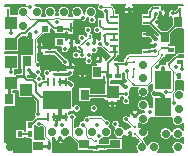
<source format=gbr>
%FSLAX35Y35*%
%MOIN*%
G04 EasyPC Gerber Version 18.0.9 Build 3640 *
%ADD109R,0.00984X0.02756*%
%ADD29R,0.01000X0.01000*%
%ADD111R,0.01800X0.02000*%
%ADD108R,0.02800X0.03500*%
%ADD93R,0.03937X0.04291*%
%ADD107R,0.05500X0.06000*%
%ADD106R,0.06299X0.12992*%
%ADD96C,0.00300*%
%ADD73C,0.00400*%
%ADD10C,0.00500*%
%ADD16C,0.00600*%
%ADD85C,0.00700*%
%ADD14C,0.00800*%
%ADD84C,0.01000*%
%ADD15C,0.01200*%
%ADD95C,0.01400*%
%ADD12C,0.02800*%
%ADD105R,0.02756X0.00984*%
%ADD27R,0.01000X0.01000*%
%ADD113R,0.02000X0.01400*%
%ADD28R,0.02000X0.01800*%
%ADD112R,0.02362X0.01969*%
%ADD88R,0.03500X0.02800*%
%ADD110R,0.09370X0.06496*%
X0Y0D02*
D02*
D10*
X1250Y4290D02*
G75*
G02X4290Y1250I1500J-1540D01*
G01*
X9687*
Y5400*
X7785*
Y6100*
X7687*
Y5400*
X4388*
Y8900*
X7687*
Y8200*
X7785*
Y11900*
X10183*
X11109Y12825*
G75*
G02X11320Y14790I1160J870*
G01*
Y17778*
X10143Y18955*
X5419*
Y21350*
X3816*
Y21136*
X4817*
Y16136*
X1250*
Y4290*
G36*
G75*
G02X4290Y1250I1500J-1540*
G01*
X9687*
Y5400*
X7785*
Y6100*
X7687*
Y5400*
X4388*
Y8900*
X7687*
Y8200*
X7785*
Y11900*
X10183*
X11109Y12825*
G75*
G02X11320Y14790I1160J870*
G01*
Y17778*
X10143Y18955*
X5419*
Y21350*
X3816*
Y21136*
X4817*
Y16136*
X1250*
Y4290*
G37*
Y34142D02*
X5876D01*
Y28350*
X4407*
G75*
G02X4416Y27142I-1313J-614*
G01*
X4426*
X4448Y27163*
G75*
G02X5261Y27500I813J-813*
G01*
X6285*
Y27600*
X6587*
Y28841*
X6285*
Y33841*
X10293*
Y38501*
G75*
G02X7759Y39574I-728J1809*
G01*
X6969*
X5884Y38467*
Y34309*
X1250*
Y34142*
G36*
X5876*
Y28350*
X4407*
G75*
G02X4416Y27142I-1313J-614*
G01*
X4426*
X4448Y27163*
G75*
G02X5261Y27500I813J-813*
G01*
X6285*
Y27600*
X6587*
Y28841*
X6285*
Y33841*
X10293*
Y38501*
G75*
G02X7759Y39574I-728J1809*
G01*
X6969*
X5884Y38467*
Y34309*
X1250*
Y34142*
G37*
Y49805D02*
X3325D01*
Y47305*
X3075*
Y47100*
X5200*
G75*
G02X7728Y49846I2050J650*
G01*
G75*
G02X7873Y50203I1868J-556*
G01*
X1250*
Y49805*
G36*
X3325*
Y47305*
X3075*
Y47100*
X5200*
G75*
G02X7728Y49846I2050J650*
G01*
G75*
G02X7873Y50203I1868J-556*
G01*
X1250*
Y49805*
G37*
X3167Y37206D02*
Y37273D01*
X6525Y40631*
X7805*
X12005Y44831*
X15156*
X17637Y42350*
X19256*
X8785Y26045D02*
X8830Y26000D01*
X10437*
G75*
G02X11108Y25722J-950*
G01*
X11112Y25719*
G75*
G02X11558Y26520I1425J-268*
G01*
G75*
G02X10775Y27351I578J1330*
G01*
G75*
G02X8802Y26395I-1690J973*
G01*
Y26350*
G75*
G02X8785Y26148I-1266*
G01*
Y26045*
G36*
X8830Y26000*
X10437*
G75*
G02X11108Y25722J-950*
G01*
X11112Y25719*
G75*
G02X11558Y26520I1425J-268*
G01*
G75*
G02X10775Y27351I578J1330*
G01*
G75*
G02X8802Y26395I-1690J973*
G01*
Y26350*
G75*
G02X8785Y26148I-1266*
G01*
Y26045*
G37*
X11087Y5400D02*
X14194D01*
X13982Y5611*
G75*
G02X13702Y6289I677J677*
G01*
Y9076*
X13365Y9395*
G75*
G02X11157Y9904I-900J1137*
G01*
X11087Y9834*
Y5400*
G36*
X14194*
X13982Y5611*
G75*
G02X13702Y6289I677J677*
G01*
Y9076*
X13365Y9395*
G75*
G02X11157Y9904I-900J1137*
G01*
X11087Y9834*
Y5400*
G37*
X11319Y50203D02*
G75*
G02X11454Y49880I-1723J-912D01*
G01*
G75*
G02X13394Y46365I296J-2130*
G01*
X14590*
G75*
G02X14084Y47750I1644J1385*
G01*
G75*
G02X18384I2150*
G01*
G75*
G02X18110Y46700I-2150*
G01*
X18874*
G75*
G02X18600Y47750I1876J1050*
G01*
G75*
G02X22900I2150*
G01*
G75*
G02X22394Y46365I-2150*
G01*
X23635*
G75*
G02X23130Y47750I1644J1385*
G01*
G75*
G02X27430I2150*
G01*
G75*
G02X27379Y47286I-2150J1*
G01*
G75*
G02X27663Y47236I-111J-1447*
G01*
G75*
G02X27600Y47750I2087J515*
G01*
G75*
G02X31900I2150*
G01*
G75*
G02X31173Y46138I-2150*
G01*
G75*
G02X31687Y45368I-886J-1148*
G01*
Y46100*
X33829*
Y47001*
G75*
G02X33479Y47844I1096J949*
G01*
G75*
G02X31846Y49165I-188J1438*
G01*
G75*
G02X31941Y49810I990J184*
G01*
G75*
G02X32172Y50203I1351J-529*
G01*
X11319*
G36*
G75*
G02X11454Y49880I-1723J-912*
G01*
G75*
G02X13394Y46365I296J-2130*
G01*
X14590*
G75*
G02X14084Y47750I1644J1385*
G01*
G75*
G02X18384I2150*
G01*
G75*
G02X18110Y46700I-2150*
G01*
X18874*
G75*
G02X18600Y47750I1876J1050*
G01*
G75*
G02X22900I2150*
G01*
G75*
G02X22394Y46365I-2150*
G01*
X23635*
G75*
G02X23130Y47750I1644J1385*
G01*
G75*
G02X27430I2150*
G01*
G75*
G02X27379Y47286I-2150J1*
G01*
G75*
G02X27663Y47236I-111J-1447*
G01*
G75*
G02X27600Y47750I2087J515*
G01*
G75*
G02X31900I2150*
G01*
G75*
G02X31173Y46138I-2150*
G01*
G75*
G02X31687Y45368I-886J-1148*
G01*
Y46100*
X33829*
Y47001*
G75*
G02X33479Y47844I1096J949*
G01*
G75*
G02X31846Y49165I-188J1438*
G01*
G75*
G02X31941Y49810I990J184*
G01*
G75*
G02X32172Y50203I1351J-529*
G01*
X11319*
G37*
X12207Y31698D02*
G75*
G02X12950Y29050I-71J-1448D01*
G01*
G75*
G02X13115Y26780I-814J-1200*
G01*
G75*
G02X13985Y25528I-578J-1330*
G01*
X14236*
Y26213*
G75*
G02X13687Y27350I900J1137*
G01*
G75*
G02X16285Y28235I1450*
G01*
Y28309*
X18785*
Y28210*
X18986*
Y28301*
X21354*
G75*
G02X21053Y29800I1608J1103*
G01*
G75*
G02X19587Y31215I-17J1450*
G01*
X17603Y33199*
X16285*
Y33400*
X15986*
Y33199*
X13486*
Y34294*
G75*
G02X12207Y34056I-976J1689*
G01*
Y31698*
G36*
G75*
G02X12950Y29050I-71J-1448*
G01*
G75*
G02X13115Y26780I-814J-1200*
G01*
G75*
G02X13985Y25528I-578J-1330*
G01*
X14236*
Y26213*
G75*
G02X13687Y27350I900J1137*
G01*
G75*
G02X16285Y28235I1450*
G01*
Y28309*
X18785*
Y28210*
X18986*
Y28301*
X21354*
G75*
G02X21053Y29800I1608J1103*
G01*
G75*
G02X19587Y31215I-17J1450*
G01*
X17603Y33199*
X16285*
Y33400*
X15986*
Y33199*
X13486*
Y34294*
G75*
G02X12207Y34056I-976J1689*
G01*
Y31698*
G37*
Y37909D02*
G75*
G02X14461Y35982I303J-1926D01*
G01*
G75*
G02X14440Y35699I-1950J1*
G01*
X15986*
Y35500*
X16285*
Y35699*
X18785*
Y34986*
X21072Y32700*
G75*
G02X22486Y31295I-35J-1450*
G01*
G75*
G02X24261Y27949I477J-1891*
G01*
G75*
G02X22809Y25914I-1324J-591*
G01*
G75*
G02X22628Y25900I-180J1135*
G01*
X22626*
Y25550*
G75*
G02X23021Y25291I-418J-1071*
G01*
X23325Y24988*
G75*
G02X23866Y22297I-189J-1438*
G01*
Y16509*
G75*
G02X26454Y15610I1138J-899*
G01*
G75*
G02X23866Y14711I-1450*
G01*
Y14575*
X22626*
Y13790*
G75*
G02X25087Y12750I1011J-1040*
G01*
G75*
G02X24437Y11541I-1450*
G01*
Y9452*
G75*
G02X25615Y9896I1313J-1702*
G01*
G75*
G02X27141Y11652I1416J311*
G01*
G75*
G02X27137Y11772I1447J117*
G01*
G75*
G02X28690Y13218I1450*
G01*
G75*
G02X29276Y13418I586J-757*
G01*
X33026*
G75*
G02X33699Y13141J-957*
G01*
X34741Y12111*
G75*
G02X35957Y9580I283J-1422*
G01*
G75*
G02X35858Y5900I-1160J-1810*
G01*
X38155*
G75*
G02X37640Y9175I1095J1850*
G01*
G75*
G02X36546Y10581I356J1406*
G01*
G75*
G02X39446I1450*
G01*
G75*
G02X39276Y9900I-1450*
G01*
G75*
G02X41179Y8700I-27J-2150*
G01*
G75*
G02X42922Y9405I1512J-1231*
G01*
X41799Y10528*
G75*
G02X40060Y11949I-289J1421*
G01*
G75*
G02X42492Y13015I1450*
G01*
G75*
G02X42491Y13091I1953J78*
G01*
G75*
G02X46123Y14076I1950*
G01*
G75*
G02X47512Y14385I1135J-1826*
G01*
G75*
G02X47541Y14620I1945J-119*
G01*
G75*
G02X45100Y16750I-291J2130*
G01*
G75*
G02X49400I2150*
G01*
G75*
G02X49331Y16210I-2149*
G01*
G75*
G02X50238Y16051I126J-1946*
G01*
Y19330*
G75*
G02Y21930I642J1300*
G01*
Y23683*
X49331Y22776*
G75*
G02X48968Y22543I-712J712*
G01*
G75*
G02X49400Y21250I-1718J-1293*
G01*
G75*
G02X45100I-2150*
G01*
G75*
G02X45487Y22481I2150*
G01*
X45250*
Y22455*
X43405*
G75*
G02X42681Y21172I-1934J246*
G01*
G75*
G02X42409Y19204I-1183J-839*
G01*
G75*
G02X43037Y18010I-822J-1194*
G01*
G75*
G02X40137I-1450*
G01*
G75*
G02X40676Y19138I1450*
G01*
G75*
G02X40403Y19383I822J1194*
G01*
X39754*
Y18156*
X38811*
G75*
G02X38912Y17538I-1850J-618*
G01*
G75*
G02X35012I-1950*
G01*
G75*
G02X35112Y18156I1950J0*
G01*
X34317*
Y18652*
X29970*
Y17719*
X25667*
Y22719*
X29970*
Y20752*
X34317*
Y23947*
X34499*
Y24900*
X34148*
Y26550*
X34112*
Y25100*
X29813*
Y30100*
X31444*
G75*
G02X30986Y31357I1491J1256*
G01*
G75*
G02X34856Y31699I1950*
G01*
X34857*
X36286Y33128*
X35404*
Y33649*
G75*
G02X35183Y33805I344J722*
G01*
X33224Y35764*
G75*
G02X32222Y35922I-289J1421*
G01*
G75*
G02X30349Y33924I-1285J-672*
G01*
G75*
G02X30077Y32360I-1331J-574*
G01*
G75*
G02X30487Y31350I-1041J-1010*
G01*
G75*
G02X27587I-1450*
G01*
G75*
G02X27977Y32340I1450*
G01*
G75*
G02X27964Y32354I1046J999*
G01*
G75*
G02X25893Y32356I-1035J1016*
G01*
G75*
G02X23387Y33350I-1056J994*
G01*
G75*
G02X25874Y34363I1450*
G01*
G75*
G02X26030Y34507I1057J-994*
G01*
Y34684*
X25913Y34801*
X24687*
Y36209*
G75*
G02X22586Y35381I-1633J1065*
G01*
G75*
G02X22587Y35350I-1444J-34*
G01*
G75*
G02X19687I-1450*
G01*
G75*
G02X19835Y35990I1450J0*
G01*
X17618*
Y39459*
X21480*
Y38426*
G75*
G02X25004Y37301I1573J-1152*
G01*
X25686*
X26191Y37807*
G75*
G02X25287Y39150I546J1343*
G01*
G75*
G02X28080Y39696I1450*
G01*
X28087Y39702*
Y40544*
G75*
G02X27326Y41820I689J1276*
G01*
G75*
G02X30226I1450*
G01*
G75*
G02X29896Y40900I-1450*
G01*
X30587*
Y39327*
G75*
G02X32413Y38537I247J-1934*
G01*
G75*
G02X32986Y38634I522J-1353*
G01*
Y40819*
G75*
G02X30417Y41740I-1120J921*
G01*
G75*
G02X31888Y43190I1450*
G01*
G75*
G02X31887Y43250I1046J57*
G01*
Y43600*
X31687*
Y44613*
G75*
G02X28837Y44990I-1400J378*
G01*
G75*
G02X29035Y45722I1450*
G01*
G75*
G02X28717Y45864I715J2027*
G01*
G75*
G02Y45841I-1440J-12*
G01*
G75*
G02X26295Y44765I-1450*
G01*
X24321*
Y42632*
X23920*
Y42583*
X24270*
Y40083*
X21770*
Y41156*
X21480*
Y40321*
X17618*
Y41293*
G75*
G02X16889Y41602I19J1057*
G01*
X16362Y42129*
Y40321*
X14050*
X12816Y39087*
X12207Y38473*
Y37909*
X24987Y27550D02*
G75*
G02X28887I1950D01*
G01*
G75*
G02X24987I-1950*
G01*
X29351Y15620D02*
G75*
G02X32251I1450D01*
G01*
G75*
G02X29351I-1450*
G01*
X24374Y27550D02*
G36*
G75*
G02X22809Y25914I-1437J-191D01*
G01*
G75*
G02X22626Y25900I-181J1147*
G01*
Y25550*
G75*
G02X23021Y25291I-418J-1071*
G01*
X23325Y24988*
G75*
G02X23866Y22297I-189J-1438*
G01*
Y16509*
G75*
G02X26454Y15620I1138J-899*
G01*
X29351*
G75*
G02X32251I1450*
G01*
X36611*
G75*
G02X35012Y17538I351J1918*
G01*
G75*
G02X35112Y18156I1950J0*
G01*
X34317*
Y18652*
X29970*
Y17719*
X25667*
Y22719*
X29970*
Y20752*
X34317*
Y23947*
X34499*
Y24900*
X34148*
Y26550*
X34112*
Y25100*
X29813*
Y27550*
X28887*
G75*
G02X24987I-1950*
G01*
X24374*
G37*
X24987D02*
G36*
G75*
G02X28887I1950D01*
G01*
X29813*
Y30100*
X31444*
G75*
G02X30986Y31357I1491J1256*
G01*
G75*
G02X34857Y31699I1951*
G01*
X36286Y33128*
X35404*
Y33649*
G75*
G02X35183Y33805I344J722*
G01*
X33224Y35764*
G75*
G02X32222Y35922I-289J1421*
G01*
G75*
G02X30349Y33924I-1285J-672*
G01*
G75*
G02X30077Y32360I-1331J-574*
G01*
G75*
G02X30487Y31350I-1041J-1010*
G01*
G75*
G02X27587I-1450*
G01*
G75*
G02X27977Y32340I1450*
G01*
G75*
G02X27964Y32354I1046J999*
G01*
G75*
G02X25893Y32356I-1035J1016*
G01*
G75*
G02X23387Y33350I-1056J994*
G01*
G75*
G02X25874Y34363I1450*
G01*
G75*
G02X26030Y34507I1057J-994*
G01*
Y34684*
X25913Y34801*
X24687*
Y36209*
G75*
G02X22586Y35381I-1633J1065*
G01*
G75*
G02Y35350I-1444J-15*
G01*
G75*
G02X19687I-1450*
G01*
G75*
G02X19835Y35990I1450J0*
G01*
X17618*
Y39459*
X21480*
Y38426*
G75*
G02X25004Y37301I1573J-1152*
G01*
X25686*
X26191Y37807*
G75*
G02X25287Y39150I546J1343*
G01*
G75*
G02X28080Y39696I1450*
G01*
X28087Y39702*
Y40544*
G75*
G02X27326Y41820I689J1276*
G01*
G75*
G02X30226I1450*
G01*
G75*
G02X29896Y40900I-1450*
G01*
X30587*
Y39327*
G75*
G02X32413Y38537I247J-1934*
G01*
G75*
G02X32986Y38634I522J-1353*
G01*
Y40819*
G75*
G02X30417Y41740I-1120J921*
G01*
G75*
G02X31888Y43190I1450*
G01*
G75*
G02X31887Y43250I1046J57*
G01*
Y43600*
X31687*
Y44613*
G75*
G02X28837Y44990I-1400J378*
G01*
G75*
G02X29035Y45722I1450*
G01*
G75*
G02X28717Y45864I715J2027*
G01*
G75*
G02Y45841I-1440J-12*
G01*
G75*
G02X26295Y44765I-1450*
G01*
X24321*
Y42632*
X23920*
Y42583*
X24270*
Y40083*
X21770*
Y41156*
X21480*
Y40321*
X17618*
Y41293*
G75*
G02X16889Y41602I19J1057*
G01*
X16362Y42129*
Y40321*
X14050*
X12816Y39087*
X12207Y38473*
Y37909*
G75*
G02X14461Y35982I303J-1926*
G01*
G75*
G02X14440Y35699I-1950J1*
G01*
X15986*
Y35500*
X16285*
Y35699*
X18785*
Y34986*
X21072Y32700*
G75*
G02X22486Y31295I-35J-1450*
G01*
G75*
G02X24261Y27949I477J-1891*
G01*
G75*
G02X24374Y27550I-1324J-591*
G01*
X24987*
G37*
X26454Y15620D02*
G36*
G75*
G02Y15610I-1454J-5D01*
G01*
G75*
G02X23866Y14711I-1450*
G01*
Y14575*
X22626*
Y13790*
G75*
G02X25087Y12750I1011J-1040*
G01*
G75*
G02X24437Y11541I-1450*
G01*
Y9452*
G75*
G02X25615Y9896I1313J-1702*
G01*
G75*
G02X27141Y11652I1416J311*
G01*
G75*
G02X27137Y11772I1447J117*
G01*
G75*
G02X28690Y13218I1450*
G01*
G75*
G02X29276Y13418I586J-757*
G01*
X33026*
G75*
G02X33699Y13141J-957*
G01*
X34741Y12111*
G75*
G02X35957Y9580I283J-1422*
G01*
G75*
G02X35858Y5900I-1160J-1810*
G01*
X38155*
G75*
G02X37640Y9175I1095J1850*
G01*
G75*
G02X36546Y10581I356J1406*
G01*
G75*
G02X39446I1450*
G01*
G75*
G02X39276Y9900I-1450*
G01*
G75*
G02X41179Y8700I-27J-2150*
G01*
G75*
G02X42922Y9405I1512J-1231*
G01*
X41799Y10528*
G75*
G02X40060Y11949I-289J1421*
G01*
G75*
G02X42492Y13015I1450*
G01*
G75*
G02X42491Y13091I1953J78*
G01*
G75*
G02X46123Y14076I1950*
G01*
G75*
G02X47512Y14385I1135J-1826*
G01*
G75*
G02X47541Y14620I1945J-119*
G01*
G75*
G02X45100Y16750I-291J2130*
G01*
G75*
G02X49400I2150*
G01*
G75*
G02X49331Y16210I-2149*
G01*
G75*
G02X50238Y16051I126J-1946*
G01*
Y19330*
G75*
G02Y21930I642J1300*
G01*
Y23683*
X49331Y22776*
G75*
G02X48968Y22543I-712J712*
G01*
G75*
G02X49400Y21250I-1718J-1293*
G01*
G75*
G02X45100I-2150*
G01*
G75*
G02X45487Y22481I2150*
G01*
X45250*
Y22455*
X43405*
G75*
G02X42681Y21172I-1934J246*
G01*
G75*
G02X42409Y19204I-1183J-839*
G01*
G75*
G02X43037Y18010I-822J-1194*
G01*
G75*
G02X40137I-1450*
G01*
G75*
G02X40676Y19138I1450*
G01*
G75*
G02X40403Y19383I822J1194*
G01*
X39754*
Y18156*
X38811*
G75*
G02X38912Y17538I-1850J-618*
G01*
G75*
G02X36611Y15620I-1950*
G01*
X32251*
G75*
G02X29351I-1450*
G01*
X26454*
G37*
X17037Y5123D02*
G75*
G02X17152Y4587I-1193J-536D01*
G01*
Y2350*
G75*
G02X17096Y1972I-1308*
G01*
Y1250*
X45210*
G75*
G02X45704Y4628I1540J1500*
G01*
X44433Y5900*
X43849*
G75*
G02X40999Y6499I-1158J1569*
G01*
G75*
G02X40345Y5900I-1748J1250*
G01*
X40486*
Y1600*
X35486*
Y1842*
X35285*
Y1419*
X32785*
Y1783*
X32687*
Y1258*
X30187*
Y1773*
X30087*
Y1500*
X25087*
Y3769*
X23071Y5784*
G75*
G02X22838Y6301I566J566*
G01*
G75*
G02X21451Y5609I-1588J1449*
G01*
G75*
G02X17552Y5679I-1949J70*
G01*
G75*
G02X17556Y5796I1952J-1*
G01*
G75*
G02X17037Y5659I-806J1994*
G01*
Y5123*
G36*
G75*
G02X17152Y4587I-1193J-536*
G01*
Y2350*
G75*
G02X17096Y1972I-1308*
G01*
Y1250*
X45210*
G75*
G02X45704Y4628I1540J1500*
G01*
X44433Y5900*
X43849*
G75*
G02X40999Y6499I-1158J1569*
G01*
G75*
G02X40345Y5900I-1748J1250*
G01*
X40486*
Y1600*
X35486*
Y1842*
X35285*
Y1419*
X32785*
Y1783*
X32687*
Y1258*
X30187*
Y1773*
X30087*
Y1500*
X25087*
Y3769*
X23071Y5784*
G75*
G02X22838Y6301I566J566*
G01*
G75*
G02X21451Y5609I-1588J1449*
G01*
G75*
G02X17552Y5679I-1949J70*
G01*
G75*
G02X17556Y5796I1952J-1*
G01*
G75*
G02X17037Y5659I-806J1994*
G01*
Y5123*
G37*
X19549Y42056D02*
X22296D01*
X23020Y41333*
Y43833*
X26930Y33370D02*
Y35057D01*
X25937Y36050*
X31637Y39610D02*
X30773Y38746D01*
Y37454*
X32687Y4083D02*
X33673D01*
G75*
G02X34037Y4142I364J-1091*
G01*
X35486*
Y5733*
G75*
G02X33960Y5789I-689J2036*
G01*
G75*
G02X32687Y4923I-1328J583*
G01*
Y4083*
G36*
X33673*
G75*
G02X34037Y4142I364J-1091*
G01*
X35486*
Y5733*
G75*
G02X33960Y5789I-689J2036*
G01*
G75*
G02X32687Y4923I-1328J583*
G01*
Y4083*
G37*
X32937Y47150D02*
X32359D01*
X31824Y46616*
Y44063*
X30473Y42711*
Y40544*
X31367Y39650*
X36599Y23947D02*
X39754D01*
Y23626*
G75*
G02X41624Y24645I1717J-925*
G01*
X41235Y25033*
G75*
G02X40987Y25634I601J601*
G01*
Y26975*
G75*
G02X40648Y27320I850J1175*
G01*
Y24900*
X36599*
Y23947*
G36*
X39754*
Y23626*
G75*
G02X41624Y24645I1717J-925*
G01*
X41235Y25033*
G75*
G02X40987Y25634I601J601*
G01*
Y26975*
G75*
G02X40648Y27320I850J1175*
G01*
Y24900*
X36599*
Y23947*
G37*
X36877Y50203D02*
G75*
G02X37054Y50062I-533J-854D01*
G01*
X37949Y49170*
G75*
G02X38246Y48456I-711J-714*
G01*
Y47423*
X39659*
Y33128*
X38763*
Y33070*
G75*
G02X38456Y32327I-1050*
G01*
X37827Y31699*
X39087*
Y31500*
X40411*
G75*
G02X40454Y31539I1002J-1050*
G01*
Y31776*
G75*
G02X40734Y32453I957J0*
G01*
X41965Y33683*
G75*
G02X42642Y33963I677J-677*
G01*
X46427*
Y35612*
X48345*
G75*
G02X48912Y35778I567J-884*
G01*
X49474*
G75*
G02X49987Y38397I1652J1037*
G01*
X49356Y39028*
X48554*
G75*
G02X48433Y39033J1249*
G01*
X46427*
Y41518*
X48397*
G75*
G02X48554Y41528I157J-1241*
G01*
X50033*
G75*
G02X50190Y41518J-1251*
G01*
X50683*
Y41346*
G75*
G02X51204Y40715I-650J-1068*
G01*
X51642Y40278*
G75*
G02X52255Y40082I-122J-1445*
G01*
X49154Y42970*
X46427*
Y47423*
X48418*
Y47853*
G75*
G02X48726Y48596I1050*
G01*
X49822Y49693*
G75*
G02X50565Y50000I743J-743*
G01*
X50986*
Y50199*
X53486*
Y48530*
G75*
G02X56591Y48621I1587J-1133*
G01*
G75*
G02X57941Y48498I559J-1338*
G01*
X58388Y48945*
Y50100*
X60537*
Y50203*
X43730*
G75*
G02X44415Y48719I-1266J-1483*
G01*
G75*
G02X40515I-1950*
G01*
G75*
G02X41199Y50203I1950*
G01*
X36877*
G36*
G75*
G02X37054Y50062I-533J-854*
G01*
X37949Y49170*
G75*
G02X38246Y48456I-711J-714*
G01*
Y47423*
X39659*
Y33128*
X38763*
Y33070*
G75*
G02X38456Y32327I-1050*
G01*
X37827Y31699*
X39087*
Y31500*
X40411*
G75*
G02X40454Y31539I1002J-1050*
G01*
Y31776*
G75*
G02X40734Y32453I957J0*
G01*
X41965Y33683*
G75*
G02X42642Y33963I677J-677*
G01*
X46427*
Y35612*
X48345*
G75*
G02X48912Y35778I567J-884*
G01*
X49474*
G75*
G02X49987Y38397I1652J1037*
G01*
X49356Y39028*
X48554*
G75*
G02X48433Y39033J1249*
G01*
X46427*
Y41518*
X48397*
G75*
G02X48554Y41528I157J-1241*
G01*
X50033*
G75*
G02X50190Y41518J-1251*
G01*
X50683*
Y41346*
G75*
G02X51204Y40715I-650J-1068*
G01*
X51642Y40278*
G75*
G02X52255Y40082I-122J-1445*
G01*
X49154Y42970*
X46427*
Y47423*
X48418*
Y47853*
G75*
G02X48726Y48596I1050*
G01*
X49822Y49693*
G75*
G02X50565Y50000I743J-743*
G01*
X50986*
Y50199*
X53486*
Y48530*
G75*
G02X56591Y48621I1587J-1133*
G01*
G75*
G02X57941Y48498I559J-1338*
G01*
X58388Y48945*
Y50100*
X60537*
Y50203*
X43730*
G75*
G02X44415Y48719I-1266J-1483*
G01*
G75*
G02X40515I-1950*
G01*
G75*
G02X41199Y50203I1950*
G01*
X36877*
G37*
X44215Y23488D02*
X44000Y23704D01*
X45787Y9346D02*
G75*
G02X49378Y7750I1441J-1596D01*
G01*
G75*
G02X47431Y5609I-2150*
G01*
X47514Y5527*
G75*
G02X47794Y4850I-677J-677*
G01*
Y4630*
G75*
G02X48750Y3539I-1044J-1880*
G01*
G75*
G02X52900Y2750I2000J-789*
G01*
G75*
G02X52290Y1250I-2150*
G01*
X57210*
G75*
G02X56600Y2750I1540J1500*
G01*
G75*
G02X60537Y3945I2150*
G01*
Y6055*
G75*
G02X56750Y6461I-1787J1195*
G01*
G75*
G02X52600Y7250I-2000J789*
G01*
G75*
G02X56750Y8039I2150*
G01*
G75*
G02X60537Y8445I2000J-789*
G01*
Y10535*
G75*
G02X56714Y12400I-1774J1216*
G01*
X50238*
Y12477*
G75*
G02X49407Y12315I-780J1787*
G01*
G75*
G02X49408Y12250I-2154J-59*
G01*
G75*
G02X45787Y10681I-2150*
G01*
Y9346*
G36*
G75*
G02X49378Y7750I1441J-1596*
G01*
G75*
G02X47431Y5609I-2150*
G01*
X47514Y5527*
G75*
G02X47794Y4850I-677J-677*
G01*
Y4630*
G75*
G02X48750Y3539I-1044J-1880*
G01*
G75*
G02X52900Y2750I2000J-789*
G01*
G75*
G02X52290Y1250I-2150*
G01*
X57210*
G75*
G02X56600Y2750I1540J1500*
G01*
G75*
G02X60537Y3945I2150*
G01*
Y6055*
G75*
G02X56750Y6461I-1787J1195*
G01*
G75*
G02X52600Y7250I-2000J789*
G01*
G75*
G02X56750Y8039I2150*
G01*
G75*
G02X60537Y8445I2000J-789*
G01*
Y10535*
G75*
G02X56714Y12400I-1774J1216*
G01*
X50238*
Y12477*
G75*
G02X49407Y12315I-780J1787*
G01*
G75*
G02X49408Y12250I-2154J-59*
G01*
G75*
G02X45787Y10681I-2150*
G01*
Y9346*
G37*
X52225Y45852D02*
G75*
G02X52235Y43009I-282J-1422D01*
G01*
X53426Y41900*
X55255*
X56687Y43589*
Y45909*
G75*
G02X56448Y46015I464J1375*
G01*
G75*
G02X53146Y47699I-1376J1381*
G01*
X52745*
G75*
G02X52225Y46025I-1363J-494*
G01*
Y45866*
G75*
G02Y45852I-1039J-7*
G01*
G36*
G75*
G02X52235Y43009I-282J-1422*
G01*
X53426Y41900*
X55255*
X56687Y43589*
Y45909*
G75*
G02X56448Y46015I464J1375*
G01*
G75*
G02X53146Y47699I-1376J1381*
G01*
X52745*
G75*
G02X52225Y46025I-1363J-494*
G01*
Y45866*
G75*
G02Y45852I-1039J-7*
G01*
G37*
X52768Y30999D02*
G75*
G02X53265Y30549I-1041J-1648D01*
G01*
G75*
G02X54587Y30385I503J-1360*
G01*
Y31400*
X55506*
X57400Y33294*
G75*
G02X57720Y33500I637J-636*
G01*
X54837*
Y32305*
X53836*
G75*
G02X53561Y31792I-987J200*
G01*
X52768Y30999*
G36*
G75*
G02X53265Y30549I-1041J-1648*
G01*
G75*
G02X54587Y30385I503J-1360*
G01*
Y31400*
X55506*
X57400Y33294*
G75*
G02X57720Y33500I637J-636*
G01*
X54837*
Y32305*
X53836*
G75*
G02X53561Y31792I-987J200*
G01*
X52768Y30999*
G37*
X55776Y36900D02*
G75*
G02X56118Y36801I-115J-1043D01*
G01*
X58116*
Y34404*
X60537*
Y42000*
X58093*
X56663Y40314*
Y36900*
X55776*
G36*
G75*
G02X56118Y36801I-115J-1043*
G01*
X58116*
Y34404*
X60537*
Y42000*
X58093*
X56663Y40314*
Y36900*
X55776*
G37*
X55837Y30457D02*
X58037Y32657D01*
X59386*
X55837Y32450D02*
X56667D01*
X59367Y35150*
X58066Y21856D02*
G75*
G02X60537Y21847I1230J-1764D01*
G01*
Y24801*
X58067*
Y21894*
G75*
G02X58066Y21856I-797J-3*
G01*
G36*
G75*
G02X60537Y21847I1230J-1764*
G01*
Y24801*
X58067*
Y21894*
G75*
G02X58066Y21856I-797J-3*
G01*
G37*
X60024Y31112D02*
Y28740D01*
D02*
D12*
X2750Y2750D03*
Y7750D03*
X7250Y43250D03*
Y47750D03*
X11750D03*
X12250Y7750D03*
X16234Y47750D03*
X16750Y7789D03*
X20750Y47750D03*
X21250Y7750D03*
X25280Y47750D03*
X25750Y7750D03*
X29750Y47750D03*
X30250Y7770D03*
X34797D03*
X39250Y7750D03*
X46750Y2750D03*
X47228Y7750D03*
X47248Y30250D03*
X47250Y16750D03*
Y21250D03*
Y25750D03*
X47258Y12250D03*
X50750Y2750D03*
X54750Y2720D03*
Y7250D03*
X58750Y2750D03*
Y7250D03*
X58764Y11750D03*
X59250Y15427D03*
X59295Y20093D03*
D02*
D14*
X3167Y44206D02*
Y43823D01*
X3137*
Y40706*
X8437Y36439D02*
Y39181D01*
X9565Y40310*
X9437Y7150D02*
X6037D01*
X14737Y34450D02*
X17537D01*
X15478Y12667D02*
Y12185D01*
X11954*
X9919Y10150*
X9437*
X15478Y24478D02*
X13965D01*
X12837Y23350*
X17837Y34450D02*
X21037Y31250D01*
X28787Y4650D02*
X27787Y3650D01*
X27587*
X31963Y27600D02*
X34847D01*
X35897Y26550*
X32937Y44850D02*
Y43250D01*
X34237Y41950*
Y39650D02*
X34567D01*
Y37850*
X35015Y37401*
Y37250*
X34237Y39650D02*
X34937Y40350D01*
X36904*
X36978Y40276*
X37530*
X35537Y30450D02*
Y26911D01*
Y30893D02*
X37713Y33070D01*
Y34188*
X35549Y21925D02*
Y26202D01*
X35608Y19702D02*
X28334D01*
X37236Y42250D02*
X34837D01*
X34237Y41950*
X37530Y38307D02*
Y40276D01*
Y44213D02*
X35974D01*
X35037Y45150*
Y47839*
X34925Y47950*
X37837Y30450D02*
X41411D01*
X38897Y26550D02*
Y29389D01*
X37837Y30450*
X43042Y40276D02*
Y48142D01*
X44000Y26004D02*
X43852D01*
X48554Y42244D02*
X45011D01*
X49468Y46181D02*
Y47853D01*
X50565Y48950*
X52237*
X49778Y44213D02*
X48554D01*
X51018Y34728D02*
X48912D01*
X48554Y34370*
X51382Y47205D02*
X51175D01*
Y45866*
X49462Y44153*
X53587Y35856D02*
X55661D01*
X56367Y35150*
X54512Y39400D02*
X55329D01*
Y38415*
X54000Y39252*
Y39911*
X49413Y44183*
X49937Y44150*
X49841*
X54512Y39400D02*
X58837Y44500D01*
X56526Y48850D02*
X55073Y47397D01*
X59581Y45988D02*
Y48794D01*
D02*
D15*
X19415Y12667D02*
Y17589D01*
Y12667D02*
X17447D01*
X19415Y24478D02*
X21384D01*
Y12667D02*
X19415D01*
X48554Y40276D02*
X50033D01*
Y40118*
X51319Y38833*
X51520*
X50880Y20630D02*
Y20593D01*
X50837Y20550*
X52837*
X53737Y19650*
Y18650*
Y25150D02*
Y29158D01*
X53767Y29189*
D02*
D16*
X3093Y27736D02*
Y31183D01*
X3157Y31246*
X7537Y25950D02*
X8437Y25050D01*
X10437*
X11337Y24150*
Y21050*
X13037Y19350*
X17654*
X7537Y26350D02*
Y30439D01*
X8437Y31339*
X7537Y26350D02*
X7437D01*
Y26550*
X7337*
X8591Y21850D02*
X12270Y18171D01*
Y13695*
X9837Y26350D02*
Y27573D01*
X9085Y28324*
X41498Y20333D02*
X37754D01*
X43767Y23704D02*
X44000D01*
X57150Y47283D02*
X58070D01*
X59637Y48850*
X58587Y26850D02*
Y27067D01*
X58793Y26750D02*
X59237D01*
D02*
D27*
X2075Y48556D03*
X4375D03*
X7537Y26350D03*
X9837D03*
X15786Y4587D03*
X15845Y2350D03*
X18086Y4587D03*
X18145Y2350D03*
X23020Y41333D03*
X23069Y43882D03*
X23637Y36050D03*
X25320Y41333D03*
X25369Y43882D03*
X25937Y36050D03*
X29337Y39650D03*
X31637D03*
X35537Y30450D03*
X37837D03*
X52237Y48950D03*
X54537D03*
X57337Y48850D03*
X59637D03*
D02*
D28*
X35897Y26550D03*
X38897D03*
X56367Y35150D03*
X59367D03*
D02*
D29*
X14737Y32150D03*
Y34450D03*
X17537Y27060D03*
Y29360D03*
Y32150D03*
Y34450D03*
X20237Y27050D03*
Y29350D03*
X31437Y2509D03*
Y4809D03*
X32937Y44850D03*
Y47150D03*
X34037Y2670D03*
Y4970D03*
X34237Y39650D03*
Y41950D03*
X44000Y23704D03*
Y26004D03*
X44108Y28664D03*
Y30964D03*
X44537Y7150D03*
Y9450D03*
X53587Y33556D03*
Y35856D03*
X55837Y30150D03*
Y32450D03*
D02*
D73*
X25937Y36350D02*
X28837Y39250D01*
X37530Y46181D02*
X37237D01*
Y48456*
X36343Y49350*
X32837*
X32905Y49281*
X41837Y28150D02*
Y25634D01*
X43767Y23704*
X44000Y26004D02*
Y28556D01*
X53587Y33556D02*
X53577D01*
X52848Y32828*
Y32504*
X51835Y31490*
Y31480*
X49819Y29465*
Y24689*
X48619Y23488*
X44215*
D02*
D84*
X2666Y18637D02*
Y23756D01*
X7537Y26350D02*
X5261D01*
X3157Y24246*
X9227Y28183D02*
X10641Y26769D01*
X9565Y40110D02*
Y38110D01*
X12187Y3250D02*
X14945D01*
X15845Y2350*
X12511Y35782D02*
Y33782D01*
Y36182D02*
Y38182D01*
X12711Y35982D02*
X14711D01*
X15845Y2350D02*
Y3465D01*
X15786*
Y4587*
X17537Y27060D02*
X20227D01*
X18114Y10246D02*
Y11632D01*
X19150Y12667*
X19361Y5538D02*
X17946Y4124D01*
X19643Y5538D02*
X21057Y4124D01*
X20237Y27050D02*
X22628D01*
X21384Y24478D02*
X22208D01*
X23137Y23550*
X22763Y29404D02*
X20763D01*
X22963Y29604D02*
Y31604D01*
X23054Y37074D02*
Y35074D01*
Y37474D02*
Y39474D01*
X23163Y29404D02*
X25163D01*
X26737Y27550D02*
X24737D01*
X26937Y27350D02*
Y25350D01*
Y27750D02*
Y29750D01*
X27137Y27550D02*
X29137D01*
X30834Y37593D02*
Y39593D01*
X31437Y2509D02*
Y2923D01*
X28728*
X32736Y31357D02*
X30736D01*
X32936Y31557D02*
Y33557D01*
X34037Y2670D02*
Y2933D01*
X31597*
X34037Y2670D02*
Y2992D01*
X36906*
X36762Y17538D02*
X34762D01*
X36962Y17338D02*
Y15338D01*
X37162Y17538D02*
X39162D01*
X37530Y36339D02*
Y34370D01*
X41329Y22842D02*
X39915Y24256D01*
X42265Y48719D02*
X40265D01*
X42465Y48519D02*
Y46519D01*
X42665Y48719D02*
X44665D01*
X42691Y7269D02*
Y5269D01*
X44299Y13232D02*
X42885Y14646D01*
X44582Y13232D02*
X45996Y14646D01*
X48554Y36339D02*
Y38307D01*
Y36339D02*
X50650D01*
X51126Y36815*
X50926D02*
X48926D01*
X55073Y47197D02*
Y45197D01*
Y47597D02*
Y49597D01*
X59367Y35150D02*
Y38870D01*
D02*
D85*
X2075Y48556D02*
Y45298D01*
X54512Y44500D02*
Y46836D01*
X55073Y47397*
X54537Y48950D02*
Y47933D01*
X55073Y47397*
X55837Y32450D02*
X54826D01*
X51726Y29350*
X57337Y48850D02*
X56526D01*
D02*
D88*
X7087Y3250D03*
X12187D03*
X22487Y3650D03*
X27587D03*
X37987Y3750D03*
X43087D03*
D02*
D93*
X3157Y24246D03*
Y31246D03*
X3167Y37206D03*
Y44206D03*
X8137Y14850D03*
Y21850D03*
X37037Y14050D03*
Y21050D03*
D02*
D95*
X3093Y27736D03*
X3137Y40706D03*
X9085Y28324D03*
X9565Y40310D03*
X9596Y49289D03*
X11537Y41050D03*
X12137Y27850D03*
Y30250D03*
X12270Y13695D03*
X12465Y10531D03*
X12511Y35982D03*
X12537Y25450D03*
X12837Y23350D03*
X15137Y27350D03*
X18114Y10246D03*
X18537Y44350D03*
X19502Y5679D03*
X20142Y10246D03*
X21037Y31250D03*
X21137Y35350D03*
X22937Y27359D03*
X22963Y29404D03*
X23054Y37274D03*
X23137Y23550D03*
X23637Y12750D03*
X24837Y33350D03*
X25004Y15610D03*
X26737Y39150D03*
X26930Y33370D03*
X26937Y27550D03*
X27031Y10207D03*
X27267Y45841D03*
X28587Y11772D03*
X28765Y37248D03*
X28776Y41820D03*
X29018Y33350D03*
X29037Y31350D03*
X30287Y44990D03*
X30801Y15620D03*
X30834Y37393D03*
X30937Y35250D03*
X31867Y41740D03*
X31937Y10250D03*
X32632Y6372D03*
X32934Y37185D03*
X32936Y31357D03*
X33291Y49281D03*
X34925Y47950D03*
X35015Y37250D03*
X35024Y10689D03*
X36962Y17538D03*
X37996Y10581D03*
X41411Y30450D03*
X41470Y22701D03*
X41498Y20333D03*
X41510Y11949D03*
X41587Y18010D03*
X41837Y28150D03*
X42465Y48719D03*
X42691Y7469D03*
X44441Y13091D03*
X49458Y14264D03*
X50880Y20630D03*
X51018Y34728D03*
X51126Y36815D03*
X51382Y47205D03*
X51520Y38833D03*
X51726Y29350D03*
X51943Y44429D03*
X53767Y29189D03*
X54689Y21112D03*
X55073Y47397D03*
X57150Y47283D03*
X57583Y17569D03*
X58114Y29498D03*
X60024Y28740D03*
D02*
D96*
X2075Y45298D02*
X3167Y44206D01*
X2666Y23756D02*
X3157Y24246D01*
X4375Y48556D02*
X4868D01*
X6202Y49890*
X8995*
X9596Y49289*
X7250Y47750D02*
X9435Y45565D01*
X17406*
X17740Y45900*
X19295*
X19630Y45565*
X26451*
X26726Y45841*
X27267*
X7537Y26350D02*
Y25950D01*
X8137Y21850D02*
X8591D01*
X11287Y4150D02*
X12187Y3450D01*
Y3250*
X12137Y30250D02*
Y30319D01*
X11249Y31206*
Y38867*
X12137Y39762*
X14431Y42056*
X12465Y10531D02*
Y10591D01*
X13557*
X14659Y9488*
Y6289*
X15786Y5162*
Y4587*
X17537Y34450D02*
X17837D01*
X17654Y19350D02*
X18431Y18573D01*
X19150Y12667D02*
X19415D01*
X19256Y42350D02*
X19549Y42056D01*
X19415Y17589D02*
X18431Y18573D01*
X20227Y27060D02*
X20237Y27050D01*
X22628D02*
X22937Y27359D01*
X23020Y43833D02*
X23069Y43882D01*
X23637Y36050D02*
Y36691D01*
X23054Y37274*
X25937Y36050D02*
Y36350D01*
X27587Y3650D02*
X26337D01*
X23637Y6350*
Y12750*
X28334Y19702D02*
X27819Y20217D01*
X28728Y2923D02*
X28001Y3650D01*
X27587*
X28837Y39250D02*
X29337D01*
Y39650*
X30773Y37454D02*
X30834Y37393D01*
X31367Y39650D02*
X31637D01*
X31437Y4809D02*
X30826D01*
X29842Y5793*
X29001*
X28130Y6665*
Y9109*
X27031Y10207*
X31437Y4809D02*
X31537D01*
Y4754*
X31597Y2933D02*
X31437Y2772D01*
Y2509*
X31637Y39650D02*
Y39610D01*
X32905Y49281D02*
X33291D01*
X34037Y4970D02*
X35240D01*
X35881Y5610*
X41226*
X42691Y7075*
Y7469*
X35024Y10689D02*
X34955Y10669D01*
X34817*
X33026Y12461*
X29276*
X28587Y11772*
X35537Y26911D02*
X35897Y26550D01*
X35537Y30450D02*
Y30893D01*
X35549Y26202D02*
X35897Y26550D01*
X36906Y2992D02*
X37664Y3750D01*
X37987*
X36987Y4550D02*
X37787Y3750D01*
X37987*
X37037Y21050D02*
X36424D01*
X35549Y21925*
X37037Y21050D02*
X36956D01*
X35608Y19702*
X37530Y34370D02*
X35748D01*
X32934Y37185*
X37530Y42244D02*
X37241D01*
X37236Y42250*
X37713Y34188D02*
X37530Y34370D01*
X37754Y20333D02*
X37037Y21050D01*
X41411Y30450D02*
Y31776D01*
X42642Y33006*
X47687*
X47706Y32986*
X51559*
X52307Y33734*
Y34906*
X53232Y35831*
X53390*
X43042Y48142D02*
X42465Y48719D01*
X43087Y3750D02*
Y4710D01*
X42514Y5283*
Y7323*
X42659Y7469*
X42691*
X44000Y28556D02*
X44108Y28664D01*
Y30964D02*
X41926D01*
X41411Y30450*
X44537Y7150D02*
Y7149D01*
X46837Y4850*
Y2837*
X46750Y2750*
X44537Y9450D02*
X44009D01*
X41510Y11949*
X45011Y42244D02*
X43042Y40276D01*
X48554Y46181D02*
X49468D01*
X49462Y44153D02*
X48554D01*
Y44213*
X49841Y44150D02*
X49778Y44213D01*
X53737Y18650D02*
Y16150D01*
X54689Y21112D02*
X56484D01*
X57267Y21894*
Y28055*
X55118Y35856D02*
X53587D01*
X55837Y30150D02*
Y30457D01*
X57237Y48950D02*
X57337Y48850D01*
X57267Y28055D02*
Y28154D01*
X55837Y29583*
Y30150*
X58837Y44500D02*
Y45244D01*
X59581Y45988*
X59237Y23550D02*
X59413D01*
Y23051*
X57209Y20846*
Y18307*
X57583Y17933*
Y17569*
X59237Y26550D02*
X58772D01*
X57267Y28055*
X59237Y26750D02*
Y26550D01*
X59367Y38870D02*
X58837Y39400D01*
X59386Y32657D02*
X59681Y32953D01*
X59581Y48794D02*
X59637Y48850D01*
X59652Y31132D02*
X60043D01*
X60024Y31112*
D02*
D105*
X37530Y34370D03*
Y36339D03*
Y38307D03*
Y40276D03*
Y42244D03*
Y44213D03*
Y46181D03*
X48554Y34370D03*
Y36339D03*
Y38307D03*
Y40276D03*
Y42244D03*
Y44213D03*
Y46181D03*
D02*
D106*
X43042Y40276D03*
D02*
D107*
X53737Y16150D03*
Y25150D03*
D02*
D108*
X2666Y13537D03*
Y18637D03*
X8437Y31339D03*
Y36439D03*
X27819Y15117D03*
Y20217D03*
X31963Y22500D03*
Y27600D03*
X54512Y39400D03*
Y44500D03*
X58837Y39400D03*
Y44500D03*
D02*
D109*
X15478Y12667D03*
Y24478D03*
X17447Y12667D03*
Y24478D03*
X19415Y12667D03*
Y24478D03*
X21384Y12667D03*
Y24478D03*
D02*
D110*
X18431Y18573D03*
D02*
D111*
X6037Y7150D03*
Y10150D03*
X9437Y7150D03*
Y10150D03*
X59237Y23550D03*
Y26550D03*
D02*
D112*
X14431Y37726D03*
Y42056D03*
X19549Y37726D03*
Y42056D03*
D02*
D113*
X59652Y31132D03*
X59681Y32953D03*
X0Y0D02*
M02*

</source>
